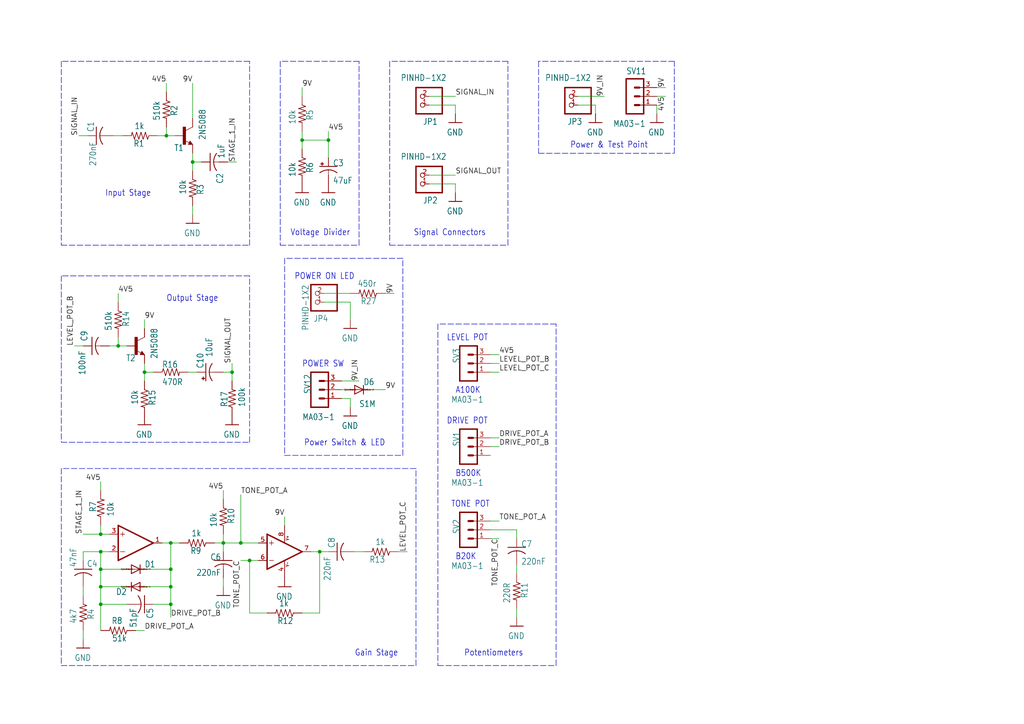
<source format=kicad_sch>
(kicad_sch (version 20211123) (generator eeschema)
  (paper "A4")
  (title_block (title "AFTERBURNER") (date "2018-09-25") (rev "1") (company "Mustafa Serhat Urtis"))
  (lib_symbols
    (symbol "ts9_v03-eagle-import:1N4148DO35-7"
      (property "Reference" "D" (at 2.54 0.4826 0))
      (property "Value" "1N4148DO35-7" (at 2.54 -2.3114 0))
      (symbol "1N4148DO35-7_1_0"
        (polyline (pts (xy -1.27 -1.27) (xy 1.27 0)) (stroke (width 0.254)))
        (polyline (pts (xy -1.27 1.27) (xy -1.27 -1.27)) (stroke (width 0.254)))
        (polyline (pts (xy 1.27 0) (xy -1.27 1.27)) (stroke (width 0.254)))
        (polyline (pts (xy 1.27 0) (xy 1.27 -1.27)) (stroke (width 0.254)))
        (polyline (pts (xy 1.27 1.27) (xy 1.27 0)) (stroke (width 0.254)))
        (text "SpiceOrder 1" (at -2.54 0 0) (effects (font (size 0.4064 0.3454))))
        (text "SpiceOrder 2" (at 2.54 0 0) (effects (font (size 0.4064 0.3454))))
        (pin passive line (at -2.54 0 0) (length 2.54) (name "A") (number "A"))
        (pin passive line (at 2.54 0 180) (length 2.54) (name "C") (number "C"))
      )
    )
    (symbol "ts9_v03-eagle-import:2N5088"
      (property "Reference" "T" (at -10.16 7.62 0))
      (property "Value" "2N5088" (at -10.16 5.08 0))
      (symbol "2N5088_1_0"
        (rectangle (start -0.254 -2.54) (end 0.508 2.54) (fill (type outline)))
        (polyline (pts (xy 1.27 -2.54) (xy 1.778 -1.524)) (stroke (width 0.1524)))
        (polyline (pts (xy 1.524 -2.413) (xy 2.286 -2.413)) (stroke (width 0.254)))
        (polyline (pts (xy 1.524 -2.286) (xy 1.905 -2.286)) (stroke (width 0.254)))
        (polyline (pts (xy 1.54 -2.04) (xy 0.308 -1.424)) (stroke (width 0.1524)))
        (polyline (pts (xy 1.778 -1.778) (xy 1.524 -2.286)) (stroke (width 0.254)))
        (polyline (pts (xy 1.778 -1.524) (xy 2.54 -2.54)) (stroke (width 0.1524)))
        (polyline (pts (xy 1.905 -2.286) (xy 1.778 -2.032)) (stroke (width 0.254)))
        (polyline (pts (xy 2.286 -2.413) (xy 1.778 -1.778)) (stroke (width 0.254)))
        (polyline (pts (xy 2.54 -2.54) (xy 1.27 -2.54)) (stroke (width 0.1524)))
        (polyline (pts (xy 2.54 2.54) (xy 0.508 1.524)) (stroke (width 0.1524)))
        (pin passive line (at 2.54 5.08 270) (length 2.54) (name "C") (number "1"))
        (pin passive line (at -2.54 0 0) (length 2.54) (name "B") (number "2"))
        (pin passive line (at 2.54 -5.08 90) (length 2.54) (name "E") (number "3"))
      )
    )
    (symbol "ts9_v03-eagle-import:C-USC0805"
      (property "Reference" "C" (at 1.016 0.635 0))
      (property "Value" "C-USC0805" (at 1.016 -4.191 0))
      (symbol "C-USC0805_1_0"
        (arc (start 0 -1.0161) (mid -1.302 -1.2303) (end -2.4668 -1.8504) (stroke (width 0.254)))
        (polyline (pts (xy -2.54 0) (xy 2.54 0)) (stroke (width 0.254)))
        (polyline (pts (xy 0 -1.016) (xy 0 -2.54)) (stroke (width 0.1524)))
        (arc (start 2.4892 -1.8542) (mid 1.3158 -1.2195) (end 0 -1) (stroke (width 0.254)))
        (pin passive line (at 0 2.54 270) (length 2.54) (name "1") (number "1"))
        (pin passive line (at 0 -5.08 90) (length 2.54) (name "2") (number "2"))
      )
    )
    (symbol "ts9_v03-eagle-import:CPOL-USUD-4X5,8"
      (property "Reference" "C" (at 1.016 0.635 0))
      (property "Value" "CPOL-USUD-4X5,8" (at 1.016 -4.191 0))
      (symbol "CPOL-USUD-4X5,8_1_0"
        (rectangle (start -2.253 0.668) (end -1.364 0.795) (fill (type outline)))
        (rectangle (start -1.872 0.287) (end -1.745 1.176) (fill (type outline)))
        (arc (start 0 -1.0161) (mid -1.3021 -1.2302) (end -2.4669 -1.8504) (stroke (width 0.254)))
        (polyline (pts (xy -2.54 0) (xy 2.54 0)) (stroke (width 0.254)))
        (polyline (pts (xy 0 -1.016) (xy 0 -2.54)) (stroke (width 0.1524)))
        (arc (start 2.4892 -1.8542) (mid 1.3158 -1.2195) (end 0 -1) (stroke (width 0.254)))
        (pin passive line (at 0 2.54 270) (length 2.54) (name "+") (number "+"))
        (pin passive line (at 0 -5.08 90) (length 2.54) (name "-") (number "-"))
      )
    )
    (symbol "ts9_v03-eagle-import:CPOL-USUD-6,3X5,8"
      (property "Reference" "C" (at 1.016 0.635 0))
      (property "Value" "CPOL-USUD-6,3X5,8" (at 1.016 -4.191 0))
      (symbol "CPOL-USUD-6,3X5,8_1_0"
        (rectangle (start -2.253 0.668) (end -1.364 0.795) (fill (type outline)))
        (rectangle (start -1.872 0.287) (end -1.745 1.176) (fill (type outline)))
        (arc (start 0 -1.0161) (mid -1.3021 -1.2302) (end -2.4669 -1.8504) (stroke (width 0.254)))
        (polyline (pts (xy -2.54 0) (xy 2.54 0)) (stroke (width 0.254)))
        (polyline (pts (xy 0 -1.016) (xy 0 -2.54)) (stroke (width 0.1524)))
        (arc (start 2.4892 -1.8542) (mid 1.3158 -1.2195) (end 0 -1) (stroke (width 0.254)))
        (pin passive line (at 0 2.54 270) (length 2.54) (name "+") (number "+"))
        (pin passive line (at 0 -5.08 90) (length 2.54) (name "-") (number "-"))
      )
    )
    (symbol "ts9_v03-eagle-import:GND" (power)
      (property "Value" "GND" (at -2.54 -2.54 0))
      (symbol "GND_1_0"
        (polyline (pts (xy -1.905 0) (xy 1.905 0)) (stroke (width 0.254)))
        (pin power_in line (at 0 2.54 270) (length 2.54) (name "GND") (number "1"))
      )
    )
    (symbol "ts9_v03-eagle-import:MA03-1"
      (property "Reference" "SV" (at -1.27 5.842 0))
      (property "Value" "MA03-1" (at -1.27 -7.62 0))
      (symbol "MA03-1_1_0"
        (polyline (pts (xy -1.27 5.08) (xy -1.27 -5.08)) (stroke (width 0.4064)))
        (polyline (pts (xy -1.27 5.08) (xy 3.81 5.08)) (stroke (width 0.4064)))
        (polyline (pts (xy 1.27 -2.54) (xy 2.54 -2.54)) (stroke (width 0.6096)))
        (polyline (pts (xy 1.27 0) (xy 2.54 0)) (stroke (width 0.6096)))
        (polyline (pts (xy 1.27 2.54) (xy 2.54 2.54)) (stroke (width 0.6096)))
        (polyline (pts (xy 3.81 -5.08) (xy -1.27 -5.08)) (stroke (width 0.4064)))
        (polyline (pts (xy 3.81 -5.08) (xy 3.81 5.08)) (stroke (width 0.4064)))
        (pin passive line (at 7.62 -2.54 180) (length 5.08) (name "1") (number "1"))
        (pin passive line (at 7.62 0 180) (length 5.08) (name "2") (number "2"))
        (pin passive line (at 7.62 2.54 180) (length 5.08) (name "3") (number "3"))
      )
    )
    (symbol "ts9_v03-eagle-import:PINHD-1X2"
      (property "Reference" "JP" (at -6.35 5.715 0))
      (property "Value" "PINHD-1X2" (at -6.35 -5.08 0))
      (symbol "PINHD-1X2_1_0"
        (polyline (pts (xy -6.35 -2.54) (xy 1.27 -2.54)) (stroke (width 0.4064)))
        (polyline (pts (xy -6.35 5.08) (xy -6.35 -2.54)) (stroke (width 0.4064)))
        (polyline (pts (xy 1.27 -2.54) (xy 1.27 5.08)) (stroke (width 0.4064)))
        (polyline (pts (xy 1.27 5.08) (xy -6.35 5.08)) (stroke (width 0.4064)))
        (pin passive inverted (at -2.54 2.54 0) (length 2.54) (name "1") (number "1"))
        (pin passive inverted (at -2.54 0 0) (length 2.54) (name "2") (number "2"))
      )
    )
    (symbol "ts9_v03-eagle-import:R-US_R0805"
      (property "Reference" "R" (at -3.81 1.4986 0))
      (property "Value" "R-US_R0805" (at -3.81 -3.302 0))
      (symbol "R-US_R0805_1_0"
        (polyline (pts (xy -2.54 0) (xy -2.159 1.016)) (stroke (width 0.2032)))
        (polyline (pts (xy -2.159 1.016) (xy -1.524 -1.016)) (stroke (width 0.2032)))
        (polyline (pts (xy -1.524 -1.016) (xy -0.889 1.016)) (stroke (width 0.2032)))
        (polyline (pts (xy -0.889 1.016) (xy -0.254 -1.016)) (stroke (width 0.2032)))
        (polyline (pts (xy -0.254 -1.016) (xy 0.381 1.016)) (stroke (width 0.2032)))
        (polyline (pts (xy 0.381 1.016) (xy 1.016 -1.016)) (stroke (width 0.2032)))
        (polyline (pts (xy 1.016 -1.016) (xy 1.651 1.016)) (stroke (width 0.2032)))
        (polyline (pts (xy 1.651 1.016) (xy 2.286 -1.016)) (stroke (width 0.2032)))
        (polyline (pts (xy 2.286 -1.016) (xy 2.54 0)) (stroke (width 0.2032)))
        (pin passive line (at -5.08 0 0) (length 2.54) (name "1") (number "1"))
        (pin passive line (at 5.08 0 180) (length 2.54) (name "2") (number "2"))
      )
    )
    (symbol "ts9_v03-eagle-import:S1M"
      (property "Reference" "D" (at 2.54 0.4826 0))
      (property "Value" "S1M" (at 2.54 -2.3114 0))
      (symbol "S1M_1_0"
        (polyline (pts (xy -1.27 -1.27) (xy 1.27 0)) (stroke (width 0.254)))
        (polyline (pts (xy -1.27 1.27) (xy -1.27 -1.27)) (stroke (width 0.254)))
        (polyline (pts (xy 1.27 0) (xy -1.27 1.27)) (stroke (width 0.254)))
        (polyline (pts (xy 1.27 0) (xy 1.27 -1.27)) (stroke (width 0.254)))
        (polyline (pts (xy 1.27 1.27) (xy 1.27 0)) (stroke (width 0.254)))
        (text "SpiceOrder 1" (at -2.54 0 0) (effects (font (size 0.4064 0.3454))))
        (text "SpiceOrder 2" (at 2.54 0 0) (effects (font (size 0.4064 0.3454))))
        (pin passive line (at -2.54 0 0) (length 2.54) (name "A") (number "A"))
        (pin passive line (at 2.54 0 180) (length 2.54) (name "C") (number "C"))
      )
    )
    (symbol "ts9_v03-eagle-import:TL072P"
      (symbol "TL072P_1_0"
        (polyline (pts (xy -5.08 -5.08) (xy 5.08 0)) (stroke (width 0.4064)))
        (polyline (pts (xy -5.08 5.08) (xy -5.08 -5.08)) (stroke (width 0.4064)))
        (polyline (pts (xy -4.445 -2.54) (xy -3.175 -2.54)) (stroke (width 0.1524)))
        (polyline (pts (xy -4.445 2.54) (xy -3.175 2.54)) (stroke (width 0.1524)))
        (polyline (pts (xy -3.81 3.175) (xy -3.81 1.905)) (stroke (width 0.1524)))
        (polyline (pts (xy 5.08 0) (xy -5.08 5.08)) (stroke (width 0.4064)))
        (pin output line (at 7.62 0 180) (length 2.54) (name "OUT") (number "1"))
        (pin input line (at -7.62 -2.54 0) (length 2.54) (name "-IN") (number "2"))
        (pin input line (at -7.62 2.54 0) (length 2.54) (name "+IN") (number "3"))
      )
      (symbol "TL072P_2_0"
        (polyline (pts (xy -5.08 -5.08) (xy 5.08 0)) (stroke (width 0.4064)))
        (polyline (pts (xy -5.08 5.08) (xy -5.08 -5.08)) (stroke (width 0.4064)))
        (polyline (pts (xy -4.445 -2.54) (xy -3.175 -2.54)) (stroke (width 0.1524)))
        (polyline (pts (xy -4.445 2.54) (xy -3.175 2.54)) (stroke (width 0.1524)))
        (polyline (pts (xy -3.81 3.175) (xy -3.81 1.905)) (stroke (width 0.1524)))
        (polyline (pts (xy 5.08 0) (xy -5.08 5.08)) (stroke (width 0.4064)))
        (pin input line (at -7.62 2.54 0) (length 2.54) (name "+IN") (number "5"))
        (pin input line (at -7.62 -2.54 0) (length 2.54) (name "-IN") (number "6"))
        (pin output line (at 7.62 0 180) (length 2.54) (name "OUT") (number "7"))
      )
      (symbol "TL072P_3_0"
        (text "V+" (at 1.27 3.175 900) (effects (font (size 0.8128 0.6908)) (justify left bottom)))
        (text "V-" (at 1.27 -4.445 900) (effects (font (size 0.8128 0.6908)) (justify left bottom)))
        (pin power_in line (at 0 -7.62 90) (length 5.08) (name "V-") (number "4"))
        (pin power_in line (at 0 7.62 270) (length 5.08) (name "V+") (number "8"))
      )
    )
  )
  (junction (at 69.85 157.48))
  (junction (at 87.63 40.64))
  (junction (at 92.71 160.02))
  (junction (at 34.29 100.33))
  (junction (at 41.91 107.95))
  (junction (at 29.21 165.1))
  (junction (at 49.53 157.48))
  (junction (at 67.31 107.95))
  (junction (at 29.21 175.26))
  (junction (at 49.53 170.18))
  (junction (at 72.39 162.56))
  (junction (at 49.53 175.26))
  (junction (at 29.21 160.02))
  (junction (at 29.21 170.18))
  (junction (at 48.26 39.37))
  (junction (at 95.25 40.64))
  (junction (at 55.88 46.99))
  (junction (at 29.21 154.94))
  (junction (at 64.77 157.48))
  (junction (at 49.53 165.1))
  (polyline (pts (xy 17.78 71.12) (xy 72.39 71.12)))
  (wire (pts (xy 36.83 175.26) (xy 29.21 175.26)))
  (polyline (pts (xy 113.03 17.78) (xy 113.03 71.12)))
  (wire (pts (xy 142.24 102.87) (xy 144.78 102.87)))
  (polyline (pts (xy 147.32 17.78) (xy 113.03 17.78)))
  (wire (pts (xy 62.23 157.48) (xy 64.77 157.48)))
  (wire (pts (xy 142.24 151.13) (xy 144.78 151.13)))
  (wire (pts (xy 101.6 115.57) (xy 101.6 118.11)))
  (wire (pts (xy 58.42 46.99) (xy 55.88 46.99)))
  (wire (pts (xy 124.46 50.8) (xy 132.08 50.8)))
  (wire (pts (xy 66.04 46.99) (xy 68.58 46.99)))
  (polyline (pts (xy 72.39 17.78) (xy 17.78 17.78)))
  (wire (pts (xy 72.39 162.56) (xy 72.39 177.8)))
  (wire (pts (xy 172.72 30.48) (xy 172.72 33.02)))
  (wire (pts (xy 92.71 160.02) (xy 95.25 160.02)))
  (wire (pts (xy 142.24 129.54) (xy 144.78 129.54)))
  (wire (pts (xy 34.29 87.63) (xy 34.29 85.09)))
  (polyline (pts (xy 147.32 71.12) (xy 147.32 17.78)))
  (wire (pts (xy 48.26 36.83) (xy 48.26 39.37)))
  (wire (pts (xy 29.21 182.88) (xy 29.21 175.26)))
  (wire (pts (xy 44.45 175.26) (xy 49.53 175.26)))
  (wire (pts (xy 64.77 144.78) (xy 64.77 142.24)))
  (polyline (pts (xy 82.55 132.08) (xy 116.84 132.08)))
  (wire (pts (xy 93.98 85.09) (xy 101.6 85.09)))
  (wire (pts (xy 49.53 175.26) (xy 49.53 179.07)))
  (wire (pts (xy 49.53 165.1) (xy 49.53 157.48)))
  (wire (pts (xy 124.46 30.48) (xy 132.08 30.48)))
  (wire (pts (xy 31.75 154.94) (xy 29.21 154.94)))
  (wire (pts (xy 142.24 107.95) (xy 144.78 107.95)))
  (wire (pts (xy 64.77 107.95) (xy 67.31 107.95)))
  (wire (pts (xy 99.06 110.49) (xy 104.14 110.49)))
  (wire (pts (xy 48.26 26.67) (xy 48.26 24.13)))
  (wire (pts (xy 87.63 177.8) (xy 92.71 177.8)))
  (wire (pts (xy 55.88 46.99) (xy 55.88 49.53)))
  (polyline (pts (xy 81.28 71.12) (xy 104.14 71.12)))
  (polyline (pts (xy 161.29 93.98) (xy 127 93.98)))
  (polyline (pts (xy 104.14 17.78) (xy 81.28 17.78)))
  (wire (pts (xy 87.63 27.94) (xy 87.63 25.4)))
  (wire (pts (xy 69.85 143.51) (xy 69.85 157.48)))
  (wire (pts (xy 64.77 170.18) (xy 64.77 167.64)))
  (wire (pts (xy 74.93 162.56) (xy 72.39 162.56)))
  (wire (pts (xy 64.77 157.48) (xy 64.77 160.02)))
  (wire (pts (xy 54.61 107.95) (xy 57.15 107.95)))
  (polyline (pts (xy 120.65 135.89) (xy 17.78 135.89)))
  (wire (pts (xy 190.5 30.48) (xy 190.5 33.02)))
  (polyline (pts (xy 156.21 17.78) (xy 156.21 44.45)))
  (wire (pts (xy 29.21 165.1) (xy 29.21 170.18)))
  (wire (pts (xy 29.21 170.18) (xy 36.83 170.18)))
  (wire (pts (xy 41.91 95.25) (xy 41.91 92.71)))
  (polyline (pts (xy 82.55 74.93) (xy 82.55 132.08)))
  (polyline (pts (xy 127 193.04) (xy 161.29 193.04)))
  (wire (pts (xy 102.87 160.02) (xy 105.41 160.02)))
  (polyline (pts (xy 81.28 17.78) (xy 81.28 71.12)))
  (wire (pts (xy 45.72 39.37) (xy 48.26 39.37)))
  (wire (pts (xy 41.91 105.41) (xy 41.91 107.95)))
  (wire (pts (xy 190.5 27.94) (xy 193.04 27.94)))
  (wire (pts (xy 111.76 85.09) (xy 114.3 85.09)))
  (wire (pts (xy 142.24 153.67) (xy 149.86 153.67)))
  (polyline (pts (xy 17.78 80.01) (xy 17.78 128.27)))
  (wire (pts (xy 95.25 40.64) (xy 87.63 40.64)))
  (wire (pts (xy 82.55 152.4) (xy 82.55 149.86)))
  (wire (pts (xy 55.88 34.29) (xy 55.88 24.13)))
  (wire (pts (xy 39.37 182.88) (xy 41.91 182.88)))
  (wire (pts (xy 87.63 40.64) (xy 87.63 43.18)))
  (wire (pts (xy 33.02 39.37) (xy 35.56 39.37)))
  (polyline (pts (xy 72.39 71.12) (xy 72.39 17.78)))
  (wire (pts (xy 29.21 160.02) (xy 29.21 165.1)))
  (wire (pts (xy 72.39 177.8) (xy 77.47 177.8)))
  (wire (pts (xy 115.57 160.02) (xy 118.11 160.02)))
  (wire (pts (xy 31.75 100.33) (xy 34.29 100.33)))
  (wire (pts (xy 99.06 115.57) (xy 101.6 115.57)))
  (wire (pts (xy 124.46 53.34) (xy 132.08 53.34)))
  (wire (pts (xy 49.53 175.26) (xy 49.53 170.18)))
  (wire (pts (xy 95.25 45.72) (xy 95.25 40.64)))
  (wire (pts (xy 142.24 156.21) (xy 144.78 156.21)))
  (wire (pts (xy 142.24 105.41) (xy 144.78 105.41)))
  (wire (pts (xy 29.21 175.26) (xy 29.21 170.18)))
  (wire (pts (xy 29.21 154.94) (xy 24.13 154.94)))
  (wire (pts (xy 132.08 53.34) (xy 132.08 55.88)))
  (wire (pts (xy 149.86 153.67) (xy 149.86 156.21)))
  (wire (pts (xy 95.25 40.64) (xy 95.25 38.1)))
  (wire (pts (xy 34.29 97.79) (xy 34.29 100.33)))
  (wire (pts (xy 106.68 113.03) (xy 111.76 113.03)))
  (wire (pts (xy 31.75 160.02) (xy 29.21 160.02)))
  (wire (pts (xy 87.63 38.1) (xy 87.63 40.64)))
  (polyline (pts (xy 17.78 128.27) (xy 72.39 128.27)))
  (polyline (pts (xy 116.84 132.08) (xy 116.84 74.93)))
  (polyline (pts (xy 120.65 193.04) (xy 120.65 135.89)))
  (wire (pts (xy 41.91 107.95) (xy 41.91 110.49)))
  (wire (pts (xy 49.53 157.48) (xy 52.07 157.48)))
  (wire (pts (xy 24.13 172.72) (xy 24.13 170.18)))
  (polyline (pts (xy 17.78 17.78) (xy 17.78 71.12)))
  (wire (pts (xy 25.4 39.37) (xy 22.86 39.37)))
  (wire (pts (xy 64.77 157.48) (xy 69.85 157.48)))
  (wire (pts (xy 99.06 113.03) (xy 101.6 113.03)))
  (polyline (pts (xy 72.39 80.01) (xy 17.78 80.01)))
  (polyline (pts (xy 104.14 71.12) (xy 104.14 17.78)))
  (polyline (pts (xy 195.58 44.45) (xy 195.58 17.78)))
  (wire (pts (xy 34.29 100.33) (xy 36.83 100.33)))
  (wire (pts (xy 24.13 185.42) (xy 24.13 182.88)))
  (wire (pts (xy 48.26 39.37) (xy 50.8 39.37)))
  (wire (pts (xy 44.45 107.95) (xy 41.91 107.95)))
  (wire (pts (xy 29.21 160.02) (xy 24.13 160.02)))
  (wire (pts (xy 93.98 87.63) (xy 101.6 87.63)))
  (wire (pts (xy 72.39 162.56) (xy 69.85 162.56)))
  (polyline (pts (xy 161.29 193.04) (xy 161.29 93.98)))
  (polyline (pts (xy 127 93.98) (xy 127 193.04)))
  (wire (pts (xy 64.77 154.94) (xy 64.77 157.48)))
  (polyline (pts (xy 17.78 193.04) (xy 120.65 193.04)))
  (polyline (pts (xy 17.78 135.89) (xy 17.78 193.04)))
  (wire (pts (xy 92.71 160.02) (xy 90.17 160.02)))
  (wire (pts (xy 24.13 100.33) (xy 21.59 100.33)))
  (polyline (pts (xy 156.21 44.45) (xy 195.58 44.45)))
  (polyline (pts (xy 116.84 74.93) (xy 82.55 74.93)))
  (wire (pts (xy 67.31 107.95) (xy 67.31 105.41)))
  (wire (pts (xy 36.83 165.1) (xy 29.21 165.1)))
  (wire (pts (xy 29.21 154.94) (xy 29.21 152.4)))
  (wire (pts (xy 142.24 127) (xy 144.78 127)))
  (polyline (pts (xy 195.58 17.78) (xy 156.21 17.78)))
  (wire (pts (xy 41.91 170.18) (xy 49.53 170.18)))
  (wire (pts (xy 132.08 30.48) (xy 132.08 33.02)))
  (wire (pts (xy 92.71 177.8) (xy 92.71 160.02)))
  (wire (pts (xy 69.85 157.48) (xy 74.93 157.48)))
  (wire (pts (xy 101.6 87.63) (xy 101.6 92.71)))
  (wire (pts (xy 124.46 27.94) (xy 132.08 27.94)))
  (wire (pts (xy 55.88 62.23) (xy 55.88 59.69)))
  (polyline (pts (xy 72.39 128.27) (xy 72.39 80.01)))
  (wire (pts (xy 24.13 160.02) (xy 24.13 162.56)))
  (wire (pts (xy 149.86 163.83) (xy 149.86 166.37)))
  (wire (pts (xy 55.88 44.45) (xy 55.88 46.99)))
  (wire (pts (xy 67.31 107.95) (xy 67.31 110.49)))
  (wire (pts (xy 167.64 30.48) (xy 172.72 30.48)))
  (wire (pts (xy 29.21 142.24) (xy 29.21 139.7)))
  (polyline (pts (xy 113.03 71.12) (xy 147.32 71.12)))
  (wire (pts (xy 149.86 176.53) (xy 149.86 179.07)))
  (wire (pts (xy 167.64 27.94) (xy 175.26 27.94)))
  (wire (pts (xy 49.53 170.18) (xy 49.53 165.1)))
  (wire (pts (xy 190.5 25.4) (xy 193.04 25.4)))
  (wire (pts (xy 46.99 157.48) (xy 49.53 157.48)))
  (wire (pts (xy 41.91 165.1) (xy 49.53 165.1)))
  (text "Signal Connectors" (at 140.97 68.58 180) (effects (font (size 1.778 1.5113)) (justify right bottom)))
  (text "Input Stage" (at 30.48 57.15 180) (effects (font (size 1.778 1.5113)) (justify left bottom)))
  (text "DRIVE POT" (at 129.54 123.19 180) (effects (font (size 1.778 1.5113)) (justify left bottom)))
  (text "LEVEL POT" (at 129.54 99.06 180) (effects (font (size 1.778 1.5113)) (justify left bottom)))
  (text "POWER ON LED" (at 102.87 81.28 180) (effects (font (size 1.778 1.5113)) (justify right bottom)))
  (text "Potentiometers" (at 134.62 190.5 180) (effects (font (size 1.778 1.5113)) (justify left bottom)))
  (text "Gain Stage" (at 102.87 190.5 180) (effects (font (size 1.778 1.5113)) (justify left bottom)))
  (text "B20K" (at 132.08 162.56 180) (effects (font (size 1.778 1.5113)) (justify left bottom)))
  (text "Output Stage" (at 48.26 87.63 180) (effects (font (size 1.778 1.5113)) (justify left bottom)))
  (text "Power & Test Point" (at 187.96 43.18 180) (effects (font (size 1.778 1.5113)) (justify right bottom)))
  (text "B500K" (at 132.08 138.43 180) (effects (font (size 1.778 1.5113)) (justify left bottom)))
  (text "Power Switch & LED" (at 111.76 129.54 180) (effects (font (size 1.778 1.5113)) (justify right bottom)))
  (text "Voltage Divider" (at 101.6 68.58 180) (effects (font (size 1.778 1.5113)) (justify right bottom)))
  (text "A100K" (at 132.08 114.3 180) (effects (font (size 1.778 1.5113)) (justify left bottom)))
  (text "TONE POT" (at 130.81 147.32 180) (effects (font (size 1.778 1.5113)) (justify left bottom)))
  (text "POWER SW" (at 87.63 106.68 180) (effects (font (size 1.778 1.5113)) (justify left bottom)))
  (label "SIGNAL_IN" (at 132.08 27.94 0) (effects (font (size 1.5 1.5))))
  (label "LEVEL_POT_B" (at 144.78 105.41 0) (effects (font (size 1.5 1.5))))
  (label "DRIVE_POT_B" (at 49.53 179.07 0) (effects (font (size 1.5 1.5))))
  (label "9V" (at 114.3 85.09 90) (effects (font (size 1.5 1.5))))
  (label "TONE_POT_C" (at 69.85 162.56 270) (effects (font (size 1.5 1.5))))
  (label "LEVEL_POT_C" (at 144.78 107.95 0) (effects (font (size 1.5 1.5))))
  (label "4V5" (at 64.77 142.24 180) (effects (font (size 1.5 1.5))))
  (label "4V5" (at 48.26 24.13 180) (effects (font (size 1.5 1.5))))
  (label "4V5" (at 193.04 27.94 270) (effects (font (size 1.5 1.5))))
  (label "DRIVE_POT_A" (at 144.78 127 0) (effects (font (size 1.5 1.5))))
  (label "STAGE_1_IN" (at 24.13 154.94 90) (effects (font (size 1.5 1.5))))
  (label "9V_IN" (at 175.26 27.94 90) (effects (font (size 1.5 1.5))))
  (label "SIGNAL_OUT" (at 67.31 105.41 90) (effects (font (size 1.5 1.5))))
  (label "STAGE_1_IN" (at 68.58 46.99 90) (effects (font (size 1.5 1.5))))
  (label "SIGNAL_OUT" (at 132.08 50.8 0) (effects (font (size 1.5 1.5))))
  (label "DRIVE_POT_A" (at 41.91 182.88 0) (effects (font (size 1.5 1.5))))
  (label "TONE_POT_C" (at 144.78 156.21 270) (effects (font (size 1.5 1.5))))
  (label "9V" (at 55.88 24.13 180) (effects (font (size 1.5 1.5))))
  (label "9V" (at 87.63 25.4 0) (effects (font (size 1.5 1.5))))
  (label "4V5" (at 34.29 85.09 0) (effects (font (size 1.5 1.5))))
  (label "DRIVE_POT_B" (at 144.78 129.54 0) (effects (font (size 1.5 1.5))))
  (label "9V_IN" (at 104.14 110.49 90) (effects (font (size 1.5 1.5))))
  (label "9V" (at 41.91 92.71 0) (effects (font (size 1.5 1.5))))
  (label "SIGNAL_IN" (at 22.86 39.37 90) (effects (font (size 1.5 1.5))))
  (label "LEVEL_POT_C" (at 118.11 160.02 90) (effects (font (size 1.5 1.5))))
  (label "4V5" (at 95.25 38.1 0) (effects (font (size 1.5 1.5))))
  (label "TONE_POT_A" (at 144.78 151.13 0) (effects (font (size 1.5 1.5))))
  (label "9V" (at 111.76 113.03 0) (effects (font (size 1.5 1.5))))
  (label "TONE_POT_A" (at 69.85 143.51 0) (effects (font (size 1.5 1.5))))
  (label "4V5" (at 144.78 102.87 0) (effects (font (size 1.5 1.5))))
  (label "9V" (at 82.55 149.86 180) (effects (font (size 1.5 1.5))))
  (label "4V5" (at 29.21 139.7 180) (effects (font (size 1.5 1.5))))
  (label "9V" (at 193.04 25.4 90) (effects (font (size 1.5 1.5))))
  (label "LEVEL_POT_B" (at 21.59 100.33 90) (effects (font (size 1.5 1.5))))
  (symbol (lib_id "ts9_v03-eagle-import:C-USC0805") (at 64.77 162.56 0) (unit 1)
    (property "Reference" "C6" (at 60.96 162.56 0) (effects (font (size 1.778 1.5113)) (justify left bottom)))
    (property "Value" "220nF" (at 64.135 165.1 0) (effects (font (size 1.778 1.5113)) (justify right top)))
    (property "Footprint" "C0805" (effects hide))
  )
  (symbol (lib_id "ts9_v03-eagle-import:GND") (at 24.13 187.96 0) (unit 1)
    (property "Reference" "#GND04" (effects hide))
    (property "Value" "GND" (at 21.59 191.77 0) (effects (font (size 1.778 1.5113)) (justify left bottom)))
  )
  (symbol (lib_id "ts9_v03-eagle-import:C-USC0805") (at 60.96 46.99 90) (unit 1)
    (property "Reference" "C2" (at 64.77 53.34 0) (effects (font (size 1.778 1.5113)) (justify left bottom)))
    (property "Value" "1uF" (at 65.151 45.974 0) (effects (font (size 1.778 1.5113)) (justify left bottom)))
    (property "Footprint" "C0805" (effects hide))
  )
  (symbol (lib_id "ts9_v03-eagle-import:GND") (at 132.08 58.42 0) (unit 1)
    (property "Reference" "#GND025" (effects hide))
    (property "Value" "GND" (at 129.54 62.23 0) (effects (font (size 1.778 1.5113)) (justify left bottom)))
  )
  (symbol (lib_id "ts9_v03-eagle-import:R-US_R0805") (at 34.29 92.71 270) (unit 1)
    (property "Reference" "R14" (at 35.56 90.17 0) (effects (font (size 1.778 1.5113)) (justify left bottom)))
    (property "Value" "510k" (at 30.48 90.17 0) (effects (font (size 1.778 1.5113)) (justify left bottom)))
    (property "Footprint" "R0805" (effects hide))
  )
  (symbol (lib_id "ts9_v03-eagle-import:TL072P") (at 82.55 160.02 0) (unit 2)
    (property "Reference" "IC1" (effects hide))
    (property "Value" "TL072P" (effects hide))
    (property "Footprint" "DIL08" (effects hide))
  )
  (symbol (lib_id "ts9_v03-eagle-import:MA03-1") (at 134.62 153.67 0) (unit 1)
    (property "Reference" "SV2" (at 133.35 154.94 90) (effects (font (size 1.778 1.5113)) (justify left bottom)))
    (property "Value" "MA03-1" (at 130.81 165.1 0) (effects (font (size 1.778 1.5113)) (justify left bottom)))
    (property "Footprint" "MA03-1" (effects hide))
  )
  (symbol (lib_id "ts9_v03-eagle-import:R-US_R0805") (at 29.21 147.32 90) (unit 1)
    (property "Reference" "R7" (at 27.94 148.59 0) (effects (font (size 1.778 1.5113)) (justify left bottom)))
    (property "Value" "10k" (at 33.02 149.86 0) (effects (font (size 1.778 1.5113)) (justify left bottom)))
    (property "Footprint" "R0805" (effects hide))
  )
  (symbol (lib_id "ts9_v03-eagle-import:GND") (at 101.6 95.25 0) (unit 1)
    (property "Reference" "#GND030" (effects hide))
    (property "Value" "GND" (at 99.06 99.06 0) (effects (font (size 1.778 1.5113)) (justify left bottom)))
  )
  (symbol (lib_id "ts9_v03-eagle-import:GND") (at 82.55 170.18 0) (unit 1)
    (property "Reference" "#GND07" (effects hide))
    (property "Value" "GND" (at 80.01 173.99 0) (effects (font (size 1.778 1.5113)) (justify left bottom)))
  )
  (symbol (lib_id "ts9_v03-eagle-import:MA03-1") (at 134.62 105.41 0) (unit 1)
    (property "Reference" "SV3" (at 133.35 105.41 90) (effects (font (size 1.778 1.5113)) (justify left bottom)))
    (property "Value" "MA03-1" (at 130.81 116.84 0) (effects (font (size 1.778 1.5113)) (justify left bottom)))
    (property "Footprint" "MA03-1" (effects hide))
  )
  (symbol (lib_id "ts9_v03-eagle-import:R-US_R0805") (at 149.86 171.45 270) (unit 1)
    (property "Reference" "R11" (at 151.13 168.91 0) (effects (font (size 1.778 1.5113)) (justify left bottom)))
    (property "Value" "220R" (at 146.05 168.91 0) (effects (font (size 1.778 1.5113)) (justify left bottom)))
    (property "Footprint" "R0805" (effects hide))
  )
  (symbol (lib_id "ts9_v03-eagle-import:PINHD-1X2") (at 121.92 50.8 180) (unit 1)
    (property "Reference" "JP2" (at 127 57.15 0) (effects (font (size 1.778 1.5113)) (justify left bottom)))
    (property "Value" "PINHD-1X2" (at 129.54 44.45 0) (effects (font (size 1.778 1.5113)) (justify left bottom)))
    (property "Footprint" "1X02" (effects hide))
  )
  (symbol (lib_id "ts9_v03-eagle-import:GND") (at 149.86 181.61 0) (unit 1)
    (property "Reference" "#GND06" (effects hide))
    (property "Value" "GND" (at 147.32 185.42 0) (effects (font (size 1.778 1.5113)) (justify left bottom)))
  )
  (symbol (lib_id "ts9_v03-eagle-import:MA03-1") (at 91.44 113.03 0) (unit 1)
    (property "Reference" "SV12" (at 90.17 114.3 90) (effects (font (size 1.778 1.5113)) (justify left bottom)))
    (property "Value" "MA03-1" (at 87.63 121.92 0) (effects (font (size 1.778 1.5113)) (justify left bottom)))
    (property "Footprint" "MA03-1" (effects hide))
  )
  (symbol (lib_id "ts9_v03-eagle-import:C-USC0805") (at 26.67 100.33 90) (unit 1)
    (property "Reference" "C9" (at 25.4 99.06 0) (effects (font (size 1.778 1.5113)) (justify left bottom)))
    (property "Value" "100nF" (at 22.86 101.6 0) (effects (font (size 1.778 1.5113)) (justify right top)))
    (property "Footprint" "C0805" (effects hide))
  )
  (symbol (lib_id "ts9_v03-eagle-import:GND") (at 95.25 55.88 0) (unit 1)
    (property "Reference" "#GND02" (effects hide))
    (property "Value" "GND" (at 92.71 59.69 0) (effects (font (size 1.778 1.5113)) (justify left bottom)))
  )
  (symbol (lib_id "ts9_v03-eagle-import:GND") (at 87.63 55.88 0) (unit 1)
    (property "Reference" "#GND01" (effects hide))
    (property "Value" "GND" (at 85.09 59.69 0) (effects (font (size 1.778 1.5113)) (justify left bottom)))
  )
  (symbol (lib_id "ts9_v03-eagle-import:R-US_R0805") (at 87.63 48.26 270) (unit 1)
    (property "Reference" "R6" (at 88.9 46.99 0) (effects (font (size 1.778 1.5113)) (justify left bottom)))
    (property "Value" "10k" (at 83.82 46.99 0) (effects (font (size 1.778 1.5113)) (justify left bottom)))
    (property "Footprint" "R0805" (effects hide))
  )
  (symbol (lib_id "ts9_v03-eagle-import:CPOL-USUD-4X5,8") (at 59.69 107.95 90) (unit 1)
    (property "Reference" "C10" (at 59.055 106.934 0) (effects (font (size 1.778 1.5113)) (justify left bottom)))
    (property "Value" "10uF" (at 59.69 97.79 0) (effects (font (size 1.778 1.5113)) (justify right top)))
    (property "Footprint" "UD-4X5,8_NICHICON" (effects hide))
  )
  (symbol (lib_id "ts9_v03-eagle-import:GND") (at 172.72 35.56 0) (unit 1)
    (property "Reference" "#GND027" (effects hide))
    (property "Value" "GND" (at 170.18 39.37 0) (effects (font (size 1.778 1.5113)) (justify left bottom)))
  )
  (symbol (lib_id "ts9_v03-eagle-import:R-US_R0805") (at 40.64 39.37 180) (unit 1)
    (property "Reference" "R1" (at 41.91 40.64 0) (effects (font (size 1.778 1.5113)) (justify left bottom)))
    (property "Value" "1k" (at 41.91 35.56 0) (effects (font (size 1.778 1.5113)) (justify left bottom)))
    (property "Footprint" "R0805" (effects hide))
  )
  (symbol (lib_id "ts9_v03-eagle-import:R-US_R0805") (at 57.15 157.48 180) (unit 1)
    (property "Reference" "R9" (at 58.42 158.75 0) (effects (font (size 1.778 1.5113)) (justify left bottom)))
    (property "Value" "1k" (at 58.42 153.67 0) (effects (font (size 1.778 1.5113)) (justify left bottom)))
    (property "Footprint" "R0805" (effects hide))
  )
  (symbol (lib_id "ts9_v03-eagle-import:R-US_R0805") (at 55.88 54.61 270) (unit 1)
    (property "Reference" "R3" (at 57.15 53.34 0) (effects (font (size 1.778 1.5113)) (justify left bottom)))
    (property "Value" "10k" (at 52.07 52.07 0) (effects (font (size 1.778 1.5113)) (justify left bottom)))
    (property "Footprint" "R0805" (effects hide))
  )
  (symbol (lib_id "ts9_v03-eagle-import:C-USC0805") (at 27.94 39.37 90) (unit 1)
    (property "Reference" "C1" (at 27.305 38.354 0) (effects (font (size 1.778 1.5113)) (justify left bottom)))
    (property "Value" "270nF" (at 27.94 48.26 0) (effects (font (size 1.778 1.5113)) (justify left bottom)))
    (property "Footprint" "C0805" (effects hide))
  )
  (symbol (lib_id "ts9_v03-eagle-import:TL072P") (at 39.37 157.48 0) (unit 1)
    (property "Reference" "IC1" (effects hide))
    (property "Value" "TL072P" (effects hide))
    (property "Footprint" "DIL08" (effects hide))
  )
  (symbol (lib_id "ts9_v03-eagle-import:GND") (at 67.31 123.19 0) (unit 1)
    (property "Reference" "#GND09" (effects hide))
    (property "Value" "GND" (at 64.77 127 0) (effects (font (size 1.778 1.5113)) (justify left bottom)))
  )
  (symbol (lib_id "ts9_v03-eagle-import:R-US_R0805") (at 41.91 115.57 270) (unit 1)
    (property "Reference" "R15" (at 43.18 113.03 0) (effects (font (size 1.778 1.5113)) (justify left bottom)))
    (property "Value" "10k" (at 38.1 113.03 0) (effects (font (size 1.778 1.5113)) (justify left bottom)))
    (property "Footprint" "R0805" (effects hide))
  )
  (symbol (lib_id "ts9_v03-eagle-import:MA03-1") (at 134.62 129.54 0) (unit 1)
    (property "Reference" "SV1" (at 133.35 129.54 90) (effects (font (size 1.778 1.5113)) (justify left bottom)))
    (property "Value" "MA03-1" (at 130.81 140.97 0) (effects (font (size 1.778 1.5113)) (justify left bottom)))
    (property "Footprint" "MA03-1" (effects hide))
  )
  (symbol (lib_id "ts9_v03-eagle-import:GND") (at 55.88 64.77 0) (unit 1)
    (property "Reference" "#GND03" (effects hide))
    (property "Value" "GND" (at 53.34 68.58 0) (effects (font (size 1.778 1.5113)) (justify left bottom)))
  )
  (symbol (lib_id "ts9_v03-eagle-import:MA03-1") (at 182.88 27.94 0) (unit 1)
    (property "Reference" "SV11" (at 181.61 21.59 0) (effects (font (size 1.778 1.5113)) (justify left bottom)))
    (property "Value" "MA03-1" (at 177.8 36.83 0) (effects (font (size 1.778 1.5113)) (justify left bottom)))
    (property "Footprint" "MA03-1" (effects hide))
  )
  (symbol (lib_id "ts9_v03-eagle-import:C-USC0805") (at 97.79 160.02 90) (unit 1)
    (property "Reference" "C8" (at 97.155 159.004 0) (effects (font (size 1.778 1.5113)) (justify left bottom)))
    (property "Value" "220nF" (at 93.98 161.29 0) (effects (font (size 1.778 1.5113)) (justify right top)))
    (property "Footprint" "C0805" (effects hide))
  )
  (symbol (lib_id "ts9_v03-eagle-import:R-US_R0805") (at 106.68 85.09 180) (unit 1)
    (property "Reference" "R27" (at 109.22 86.36 0) (effects (font (size 1.778 1.5113)) (justify left bottom)))
    (property "Value" "450r" (at 109.22 81.28 0) (effects (font (size 1.778 1.5113)) (justify left bottom)))
    (property "Footprint" "R0805" (effects hide))
  )
  (symbol (lib_id "ts9_v03-eagle-import:GND") (at 41.91 123.19 0) (unit 1)
    (property "Reference" "#GND08" (effects hide))
    (property "Value" "GND" (at 39.37 127 0) (effects (font (size 1.778 1.5113)) (justify left bottom)))
  )
  (symbol (lib_id "ts9_v03-eagle-import:PINHD-1X2") (at 121.92 27.94 180) (unit 1)
    (property "Reference" "JP1" (at 127 34.29 0) (effects (font (size 1.778 1.5113)) (justify left bottom)))
    (property "Value" "PINHD-1X2" (at 129.54 21.59 0) (effects (font (size 1.778 1.5113)) (justify left bottom)))
    (property "Footprint" "1X02" (effects hide))
  )
  (symbol (lib_id "ts9_v03-eagle-import:C-USC0805") (at 41.91 175.26 270) (unit 1)
    (property "Reference" "C5" (at 42.545 176.276 0) (effects (font (size 1.778 1.5113)) (justify left bottom)))
    (property "Value" "51pF" (at 37.719 176.276 0) (effects (font (size 1.778 1.5113)) (justify left bottom)))
    (property "Footprint" "C0805" (effects hide))
  )
  (symbol (lib_id "ts9_v03-eagle-import:2N5088") (at 53.34 39.37 0) (unit 1)
    (property "Reference" "T1" (at 53.34 41.91 0) (effects (font (size 1.778 1.5113)) (justify right top)))
    (property "Value" "2N5088" (at 59.69 40.64 90) (effects (font (size 1.778 1.5113)) (justify left bottom)))
    (property "Footprint" "TO92" (effects hide))
  )
  (symbol (lib_id "ts9_v03-eagle-import:1N4148DO35-7") (at 39.37 165.1 0) (unit 1)
    (property "Reference" "D1" (at 41.91 164.6174 0) (effects (font (size 1.778 1.5113)) (justify left bottom)))
    (property "Value" "1N4148DO35-7" (effects hide))
    (property "Footprint" "DO35-7" (effects hide))
  )
  (symbol (lib_id "ts9_v03-eagle-import:R-US_R0805") (at 64.77 149.86 270) (unit 1)
    (property "Reference" "R10" (at 66.04 147.32 0) (effects (font (size 1.778 1.5113)) (justify left bottom)))
    (property "Value" "10k" (at 60.96 148.59 0) (effects (font (size 1.778 1.5113)) (justify left bottom)))
    (property "Footprint" "R0805" (effects hide))
  )
  (symbol (lib_id "ts9_v03-eagle-import:GND") (at 132.08 35.56 0) (unit 1)
    (property "Reference" "#GND026" (effects hide))
    (property "Value" "GND" (at 129.54 39.37 0) (effects (font (size 1.778 1.5113)) (justify left bottom)))
  )
  (symbol (lib_id "ts9_v03-eagle-import:R-US_R0805") (at 82.55 177.8 180) (unit 1)
    (property "Reference" "R12" (at 85.09 179.07 0) (effects (font (size 1.778 1.5113)) (justify left bottom)))
    (property "Value" "1k" (at 83.82 173.99 0) (effects (font (size 1.778 1.5113)) (justify left bottom)))
    (property "Footprint" "R0805" (effects hide))
  )
  (symbol (lib_id "ts9_v03-eagle-import:R-US_R0805") (at 48.26 31.75 270) (unit 1)
    (property "Reference" "R2" (at 49.53 30.48 0) (effects (font (size 1.778 1.5113)) (justify left bottom)))
    (property "Value" "510k" (at 44.45 29.21 0) (effects (font (size 1.778 1.5113)) (justify left bottom)))
    (property "Footprint" "R0805" (effects hide))
  )
  (symbol (lib_id "ts9_v03-eagle-import:TL072P") (at 82.55 160.02 0) (unit 3)
    (property "Reference" "IC1" (effects hide))
    (property "Value" "TL072P" (effects hide))
    (property "Footprint" "DIL08" (effects hide))
  )
  (symbol (lib_id "ts9_v03-eagle-import:C-USC0805") (at 24.13 165.1 0) (unit 1)
    (property "Reference" "C4" (at 25.146 164.465 0) (effects (font (size 1.778 1.5113)) (justify left bottom)))
    (property "Value" "47nF" (at 20.32 158.75 90) (effects (font (size 1.778 1.5113)) (justify right top)))
    (property "Footprint" "C0805" (effects hide))
  )
  (symbol (lib_id "ts9_v03-eagle-import:C-USC0805") (at 149.86 158.75 0) (unit 1)
    (property "Reference" "C7" (at 151.13 158.75 0) (effects (font (size 1.778 1.5113)) (justify left bottom)))
    (property "Value" "220nF" (at 151.13 163.83 0) (effects (font (size 1.778 1.5113)) (justify left bottom)))
    (property "Footprint" "C0805" (effects hide))
  )
  (symbol (lib_id "ts9_v03-eagle-import:R-US_R0805") (at 24.13 177.8 270) (unit 1)
    (property "Reference" "R4" (at 25.4 176.53 0) (effects (font (size 1.778 1.5113)) (justify left bottom)))
    (property "Value" "4k7" (at 20.32 176.53 0) (effects (font (size 1.778 1.5113)) (justify left bottom)))
    (property "Footprint" "R0805" (effects hide))
  )
  (symbol (lib_id "ts9_v03-eagle-import:R-US_R0805") (at 87.63 33.02 270) (unit 1)
    (property "Reference" "R5" (at 88.9 31.75 0) (effects (font (size 1.778 1.5113)) (justify left bottom)))
    (property "Value" "10k" (at 83.82 31.75 0) (effects (font (size 1.778 1.5113)) (justify left bottom)))
    (property "Footprint" "R0805" (effects hide))
  )
  (symbol (lib_id "ts9_v03-eagle-import:R-US_R0805") (at 67.31 115.57 90) (unit 1)
    (property "Reference" "R17" (at 66.04 118.11 0) (effects (font (size 1.778 1.5113)) (justify left bottom)))
    (property "Value" "100k" (at 71.12 118.11 0) (effects (font (size 1.778 1.5113)) (justify left bottom)))
    (property "Footprint" "R0805" (effects hide))
  )
  (symbol (lib_id "ts9_v03-eagle-import:GND") (at 101.6 120.65 0) (unit 1)
    (property "Reference" "#GND029" (effects hide))
    (property "Value" "GND" (at 99.06 124.46 0) (effects (font (size 1.778 1.5113)) (justify left bottom)))
  )
  (symbol (lib_id "ts9_v03-eagle-import:GND") (at 190.5 35.56 0) (unit 1)
    (property "Reference" "#GND028" (effects hide))
    (property "Value" "GND" (at 187.96 39.37 0) (effects (font (size 1.778 1.5113)) (justify left bottom)))
  )
  (symbol (lib_id "ts9_v03-eagle-import:GND") (at 64.77 172.72 0) (unit 1)
    (property "Reference" "#GND05" (effects hide))
    (property "Value" "GND" (at 62.23 176.53 0) (effects (font (size 1.778 1.5113)) (justify left bottom)))
  )
  (symbol (lib_id "ts9_v03-eagle-import:PINHD-1X2") (at 91.44 85.09 180) (unit 1)
    (property "Reference" "JP4" (at 95.25 91.44 0) (effects (font (size 1.778 1.5113)) (justify left bottom)))
    (property "Value" "PINHD-1X2" (at 87.63 82.55 90) (effects (font (size 1.778 1.5113)) (justify left bottom)))
    (property "Footprint" "1X02" (effects hide))
  )
  (symbol (lib_id "ts9_v03-eagle-import:S1M") (at 104.14 113.03 0) (unit 1)
    (property "Reference" "D6" (at 105.41 111.76 0) (effects (font (size 1.778 1.5113)) (justify left bottom)))
    (property "Value" "S1M" (at 104.14 118.11 0) (effects (font (size 1.778 1.5113)) (justify left bottom)))
    (property "Footprint" "SMA" (effects hide))
  )
  (symbol (lib_id "ts9_v03-eagle-import:R-US_R0805") (at 34.29 182.88 180) (unit 1)
    (property "Reference" "R8" (at 35.56 179.07 0) (effects (font (size 1.778 1.5113)) (justify left bottom)))
    (property "Value" "51k" (at 36.83 184.15 0) (effects (font (size 1.778 1.5113)) (justify left bottom)))
    (property "Footprint" "R0805" (effects hide))
  )
  (symbol (lib_id "ts9_v03-eagle-import:CPOL-USUD-6,3X5,8") (at 95.25 48.26 0) (unit 1)
    (property "Reference" "C3" (at 96.52 48.26 0) (effects (font (size 1.778 1.5113)) (justify left bottom)))
    (property "Value" "47uF" (at 96.52 53.34 0) (effects (font (size 1.778 1.5113)) (justify left bottom)))
    (property "Footprint" "UD-6,3X5,8_NICHICON" (effects hide))
  )
  (symbol (lib_id "ts9_v03-eagle-import:R-US_R0805") (at 110.49 160.02 180) (unit 1)
    (property "Reference" "R13" (at 111.76 161.29 0) (effects (font (size 1.778 1.5113)) (justify left bottom)))
    (property "Value" "1k" (at 111.76 156.21 0) (effects (font (size 1.778 1.5113)) (justify left bottom)))
    (property "Footprint" "R0805" (effects hide))
  )
  (symbol (lib_id "ts9_v03-eagle-import:PINHD-1X2") (at 165.1 27.94 180) (unit 1)
    (property "Reference" "JP3" (at 168.91 34.29 0) (effects (font (size 1.778 1.5113)) (justify left bottom)))
    (property "Value" "PINHD-1X2" (at 171.45 21.59 0) (effects (font (size 1.778 1.5113)) (justify left bottom)))
    (property "Footprint" "1X02" (effects hide))
  )
  (symbol (lib_id "ts9_v03-eagle-import:1N4148DO35-7") (at 39.37 170.18 180) (unit 1)
    (property "Reference" "D2" (at 36.83 170.6626 0) (effects (font (size 1.778 1.5113)) (justify left bottom)))
    (property "Value" "1N4148DO35-7" (effects hide))
    (property "Footprint" "DO35-7" (effects hide))
  )
  (symbol (lib_id "ts9_v03-eagle-import:R-US_R0805") (at 49.53 107.95 0) (unit 1)
    (property "Reference" "R16" (at 46.99 106.68 0) (effects (font (size 1.778 1.5113)) (justify left bottom)))
    (property "Value" "470R" (at 46.99 111.76 0) (effects (font (size 1.778 1.5113)) (justify left bottom)))
    (property "Footprint" "R0805" (effects hide))
  )
  (symbol (lib_id "ts9_v03-eagle-import:2N5088") (at 39.37 100.33 0) (unit 1)
    (property "Reference" "T2" (at 39.37 102.87 0) (effects (font (size 1.778 1.5113)) (justify right top)))
    (property "Value" "2N5088" (at 45.72 104.14 90) (effects (font (size 1.778 1.5113)) (justify left bottom)))
    (property "Footprint" "TO92" (effects hide))
  )
)
</source>
